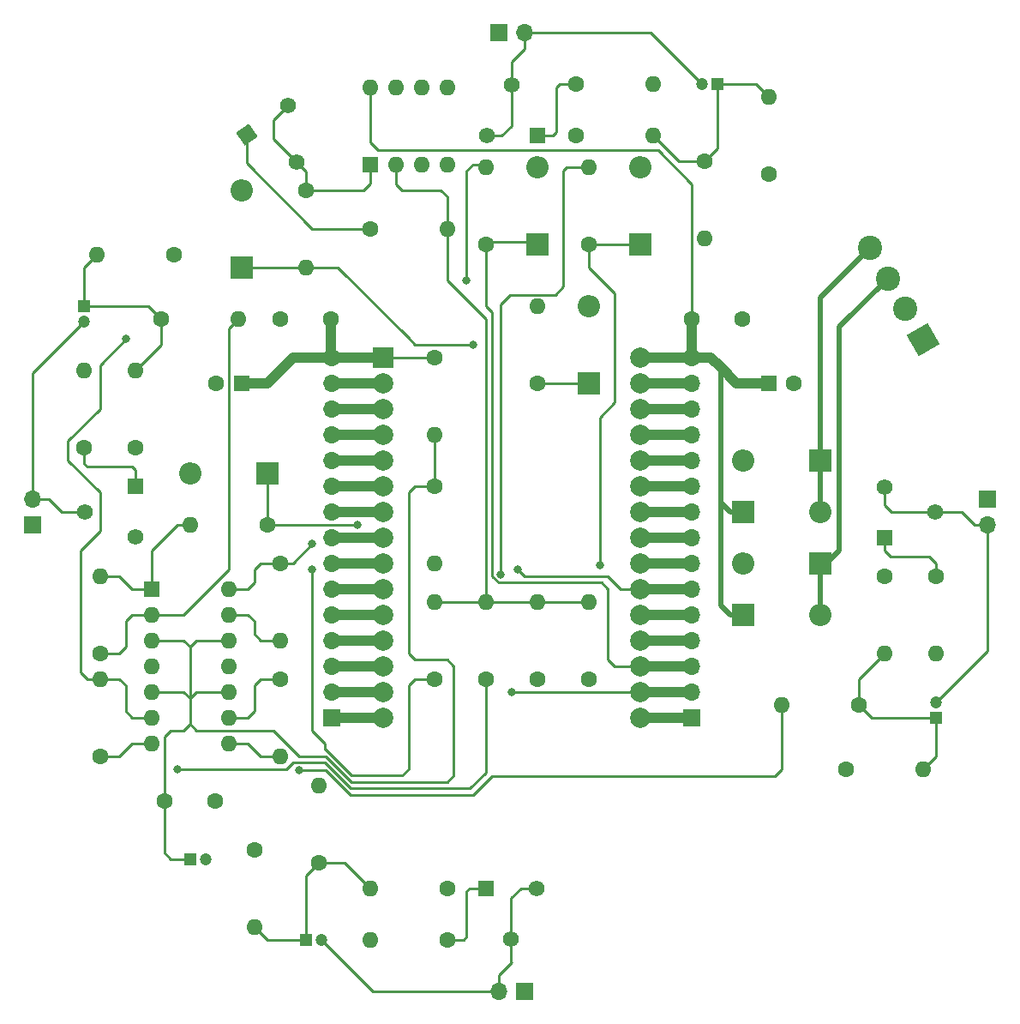
<source format=gbr>
%TF.GenerationSoftware,KiCad,Pcbnew,(6.0.2)*%
%TF.CreationDate,2023-02-04T19:54:44+01:00*%
%TF.ProjectId,Fonometro,466f6e6f-6d65-4747-926f-2e6b69636164,rev?*%
%TF.SameCoordinates,Original*%
%TF.FileFunction,Copper,L1,Top*%
%TF.FilePolarity,Positive*%
%FSLAX46Y46*%
G04 Gerber Fmt 4.6, Leading zero omitted, Abs format (unit mm)*
G04 Created by KiCad (PCBNEW (6.0.2)) date 2023-02-04 19:54:44*
%MOMM*%
%LPD*%
G01*
G04 APERTURE LIST*
G04 Aperture macros list*
%AMRotRect*
0 Rectangle, with rotation*
0 The origin of the aperture is its center*
0 $1 length*
0 $2 width*
0 $3 Rotation angle, in degrees counterclockwise*
0 Add horizontal line*
21,1,$1,$2,0,0,$3*%
G04 Aperture macros list end*
%TA.AperFunction,ComponentPad*%
%ADD10C,1.600000*%
%TD*%
%TA.AperFunction,ComponentPad*%
%ADD11O,1.600000X1.600000*%
%TD*%
%TA.AperFunction,ComponentPad*%
%ADD12R,1.600000X1.600000*%
%TD*%
%TA.AperFunction,ComponentPad*%
%ADD13R,2.200000X2.200000*%
%TD*%
%TA.AperFunction,ComponentPad*%
%ADD14O,2.200000X2.200000*%
%TD*%
%TA.AperFunction,ComponentPad*%
%ADD15R,1.200000X1.200000*%
%TD*%
%TA.AperFunction,ComponentPad*%
%ADD16C,1.200000*%
%TD*%
%TA.AperFunction,ComponentPad*%
%ADD17R,1.700000X1.700000*%
%TD*%
%TA.AperFunction,ComponentPad*%
%ADD18O,1.700000X1.700000*%
%TD*%
%TA.AperFunction,ComponentPad*%
%ADD19R,1.560000X1.560000*%
%TD*%
%TA.AperFunction,ComponentPad*%
%ADD20C,1.560000*%
%TD*%
%TA.AperFunction,ComponentPad*%
%ADD21RotRect,2.400000X2.400000X120.000000*%
%TD*%
%TA.AperFunction,ComponentPad*%
%ADD22C,2.400000*%
%TD*%
%TA.AperFunction,ComponentPad*%
%ADD23RotRect,1.560000X1.560000X35.000000*%
%TD*%
%TA.AperFunction,ComponentPad*%
%ADD24R,2.000000X2.000000*%
%TD*%
%TA.AperFunction,ComponentPad*%
%ADD25C,2.000000*%
%TD*%
%TA.AperFunction,ViaPad*%
%ADD26C,0.800000*%
%TD*%
%TA.AperFunction,Conductor*%
%ADD27C,0.254000*%
%TD*%
%TA.AperFunction,Conductor*%
%ADD28C,1.016000*%
%TD*%
%TA.AperFunction,Conductor*%
%ADD29C,0.508000*%
%TD*%
G04 APERTURE END LIST*
D10*
%TO.P,R36,1*%
%TO.N,D34*%
X154940000Y-70104000D03*
D11*
%TO.P,R36,2*%
%TO.N,MIC 3*%
X154940000Y-62484000D03*
%TD*%
D12*
%TO.P,C7,1*%
%TO.N,+3V3*%
X120650000Y-83820000D03*
D10*
%TO.P,C7,2*%
%TO.N,GND*%
X118150000Y-83820000D03*
%TD*%
%TO.P,R10,1*%
%TO.N,GND*%
X110190000Y-90170000D03*
D11*
%TO.P,R10,2*%
%TO.N,Net-(C1-Pad1)*%
X110190000Y-82550000D03*
%TD*%
D10*
%TO.P,R29,1*%
%TO.N,Net-(R29-Pad1)*%
X133350000Y-68580000D03*
D11*
%TO.P,R29,2*%
%TO.N,Net-(R25-Pad2)*%
X140970000Y-68580000D03*
%TD*%
D10*
%TO.P,R23,1*%
%TO.N,Net-(R19-Pad2)*%
X124460000Y-113025000D03*
D11*
%TO.P,R23,2*%
%TO.N,MIC 3*%
X124460000Y-120645000D03*
%TD*%
D10*
%TO.P,C8,1*%
%TO.N,+3V3*%
X129500000Y-77470000D03*
%TO.P,C8,2*%
%TO.N,GND*%
X124500000Y-77470000D03*
%TD*%
%TO.P,R13,1*%
%TO.N,+3V3*%
X180340000Y-121920000D03*
D11*
%TO.P,R13,2*%
%TO.N,Net-(C3-Pad1)*%
X187960000Y-121920000D03*
%TD*%
D13*
%TO.P,D1,1,K*%
%TO.N,VCC*%
X170180000Y-106680000D03*
D14*
%TO.P,D1,2,A*%
%TO.N,AC L*%
X177800000Y-106680000D03*
%TD*%
D10*
%TO.P,R18,1*%
%TO.N,Net-(C2-Pad1)*%
X166370000Y-61930000D03*
D11*
%TO.P,R18,2*%
%TO.N,Net-(R18-Pad2)*%
X166370000Y-69550000D03*
%TD*%
D10*
%TO.P,R27,1*%
%TO.N,MIC 3*%
X149860000Y-113030000D03*
D11*
%TO.P,R27,2*%
%TO.N,Net-(R25-Pad2)*%
X149860000Y-105410000D03*
%TD*%
D10*
%TO.P,R24,1*%
%TO.N,MIC 4*%
X124460000Y-101600000D03*
D11*
%TO.P,R24,2*%
%TO.N,Net-(R20-Pad2)*%
X124460000Y-109220000D03*
%TD*%
D10*
%TO.P,R31,1*%
%TO.N,Net-(R30-Pad2)*%
X127000000Y-64770000D03*
D11*
%TO.P,R31,2*%
%TO.N,D32*%
X127000000Y-72390000D03*
%TD*%
D15*
%TO.P,C2,1*%
%TO.N,Net-(C2-Pad1)*%
X167640000Y-54310000D03*
D16*
%TO.P,C2,2*%
%TO.N,Net-(C2-Pad2)*%
X166140000Y-54310000D03*
%TD*%
D10*
%TO.P,R20,1*%
%TO.N,Net-(C4-Pad1)*%
X128270000Y-131110000D03*
D11*
%TO.P,R20,2*%
%TO.N,Net-(R20-Pad2)*%
X128270000Y-123490000D03*
%TD*%
D12*
%TO.P,U2,1*%
%TO.N,Net-(R30-Pad2)*%
X133360000Y-62220000D03*
D11*
%TO.P,U2,2,-*%
%TO.N,Net-(R25-Pad2)*%
X135900000Y-62220000D03*
%TO.P,U2,3,+*%
%TO.N,GND*%
X138440000Y-62220000D03*
%TO.P,U2,4,V-*%
X140980000Y-62220000D03*
%TO.P,U2,5,+*%
%TO.N,unconnected-(U2-Pad5)*%
X140980000Y-54600000D03*
%TO.P,U2,6,-*%
%TO.N,unconnected-(U2-Pad6)*%
X138440000Y-54600000D03*
%TO.P,U2,7*%
%TO.N,unconnected-(U2-Pad7)*%
X135900000Y-54600000D03*
%TO.P,U2,8,V+*%
%TO.N,VCC*%
X133360000Y-54600000D03*
%TD*%
D17*
%TO.P,MK2,1,-*%
%TO.N,GND*%
X146050000Y-49230000D03*
D18*
%TO.P,MK2,2,+*%
%TO.N,Net-(C2-Pad2)*%
X148590000Y-49230000D03*
%TD*%
D10*
%TO.P,R3,1*%
%TO.N,Net-(R4-Pad1)*%
X153670000Y-54310000D03*
D11*
%TO.P,R3,2*%
%TO.N,+3V3*%
X161290000Y-54310000D03*
%TD*%
D10*
%TO.P,R33,1*%
%TO.N,1.65V*%
X139700000Y-93980000D03*
D11*
%TO.P,R33,2*%
%TO.N,GND*%
X139700000Y-101600000D03*
%TD*%
D10*
%TO.P,R12,1*%
%TO.N,GND*%
X153670000Y-59390000D03*
D11*
%TO.P,R12,2*%
%TO.N,Net-(C2-Pad1)*%
X161290000Y-59390000D03*
%TD*%
D17*
%TO.P,MK4,1,-*%
%TO.N,GND*%
X148590000Y-143810000D03*
D18*
%TO.P,MK4,2,+*%
%TO.N,Net-(C4-Pad2)*%
X146050000Y-143810000D03*
%TD*%
D10*
%TO.P,R14,1*%
%TO.N,GND*%
X184150000Y-102870000D03*
D11*
%TO.P,R14,2*%
%TO.N,Net-(C3-Pad1)*%
X184150000Y-110490000D03*
%TD*%
D19*
%TO.P,R4,1*%
%TO.N,Net-(R4-Pad1)*%
X149860000Y-59390000D03*
D20*
%TO.P,R4,2*%
%TO.N,Net-(C2-Pad2)*%
X147360000Y-54390000D03*
%TO.P,R4,3*%
X144860000Y-59390000D03*
%TD*%
D10*
%TO.P,R37,1*%
%TO.N,D35*%
X149860000Y-83820000D03*
D11*
%TO.P,R37,2*%
%TO.N,MIC 4*%
X149860000Y-76200000D03*
%TD*%
D10*
%TO.P,C6,1*%
%TO.N,VCC*%
X165140000Y-77470000D03*
%TO.P,C6,2*%
%TO.N,GND*%
X170140000Y-77470000D03*
%TD*%
%TO.P,R21,1*%
%TO.N,Net-(R17-Pad2)*%
X106680000Y-110485000D03*
D11*
%TO.P,R21,2*%
%TO.N,MIC 1*%
X106680000Y-102865000D03*
%TD*%
D10*
%TO.P,R35,1*%
%TO.N,D39*%
X144780000Y-70104000D03*
D11*
%TO.P,R35,2*%
%TO.N,MIC 2*%
X144780000Y-62484000D03*
%TD*%
D19*
%TO.P,R8,1*%
%TO.N,Net-(R8-Pad1)*%
X144780000Y-133650000D03*
D20*
%TO.P,R8,2*%
%TO.N,Net-(C4-Pad2)*%
X147280000Y-138650000D03*
%TO.P,R8,3*%
X149780000Y-133650000D03*
%TD*%
D15*
%TO.P,C4,1*%
%TO.N,Net-(C4-Pad1)*%
X127000000Y-138730000D03*
D16*
%TO.P,C4,2*%
%TO.N,Net-(C4-Pad2)*%
X128500000Y-138730000D03*
%TD*%
D17*
%TO.P,J2,1,Pin_1*%
%TO.N,D23*%
X129540000Y-116835000D03*
D18*
%TO.P,J2,2,Pin_2*%
%TO.N,D22*%
X129540000Y-114295000D03*
%TO.P,J2,3,Pin_3*%
%TO.N,TX0*%
X129540000Y-111755000D03*
%TO.P,J2,4,Pin_4*%
%TO.N,RX0*%
X129540000Y-109215000D03*
%TO.P,J2,5,Pin_5*%
%TO.N,D21*%
X129540000Y-106675000D03*
%TO.P,J2,6,Pin_6*%
%TO.N,D19*%
X129540000Y-104135000D03*
%TO.P,J2,7,Pin_7*%
%TO.N,D18*%
X129540000Y-101595000D03*
%TO.P,J2,8,Pin_8*%
%TO.N,D5*%
X129540000Y-99055000D03*
%TO.P,J2,9,Pin_9*%
%TO.N,TX2*%
X129540000Y-96515000D03*
%TO.P,J2,10,Pin_10*%
%TO.N,RX2*%
X129540000Y-93975000D03*
%TO.P,J2,11,Pin_11*%
%TO.N,D4*%
X129540000Y-91435000D03*
%TO.P,J2,12,Pin_12*%
%TO.N,D2*%
X129540000Y-88895000D03*
%TO.P,J2,13,Pin_13*%
%TO.N,D15*%
X129540000Y-86355000D03*
%TO.P,J2,14,Pin_14*%
%TO.N,GND*%
X129540000Y-83815000D03*
%TO.P,J2,15,Pin_15*%
%TO.N,+3V3*%
X129540000Y-81275000D03*
%TD*%
D19*
%TO.P,R6,1*%
%TO.N,Net-(R6-Pad1)*%
X184150000Y-99060000D03*
D20*
%TO.P,R6,2*%
%TO.N,Net-(C3-Pad2)*%
X189150000Y-96560000D03*
%TO.P,R6,3*%
X184150000Y-94060000D03*
%TD*%
D13*
%TO.P,D8,1,K*%
%TO.N,D34*%
X160020000Y-70104000D03*
D14*
%TO.P,D8,2,A*%
%TO.N,GND*%
X160020000Y-62484000D03*
%TD*%
D13*
%TO.P,D5,1,K*%
%TO.N,D32*%
X120650000Y-72390000D03*
D14*
%TO.P,D5,2,A*%
%TO.N,GND*%
X120650000Y-64770000D03*
%TD*%
D15*
%TO.P,C1,1*%
%TO.N,Net-(C1-Pad1)*%
X105110000Y-76200000D03*
D16*
%TO.P,C1,2*%
%TO.N,Net-(C1-Pad2)*%
X105110000Y-77700000D03*
%TD*%
D13*
%TO.P,D7,1,K*%
%TO.N,D39*%
X149860000Y-70104000D03*
D14*
%TO.P,D7,2,A*%
%TO.N,GND*%
X149860000Y-62484000D03*
%TD*%
D12*
%TO.P,U1,1*%
%TO.N,MIC 1*%
X111770000Y-104135000D03*
D11*
%TO.P,U1,2,-*%
%TO.N,Net-(R17-Pad2)*%
X111770000Y-106675000D03*
%TO.P,U1,3,+*%
%TO.N,1.65V*%
X111770000Y-109215000D03*
%TO.P,U1,4,V+*%
%TO.N,VCC*%
X111770000Y-111755000D03*
%TO.P,U1,5,+*%
%TO.N,1.65V*%
X111770000Y-114295000D03*
%TO.P,U1,6,-*%
%TO.N,Net-(R18-Pad2)*%
X111770000Y-116835000D03*
%TO.P,U1,7*%
%TO.N,MIC 2*%
X111770000Y-119375000D03*
%TO.P,U1,8*%
%TO.N,MIC 3*%
X119390000Y-119375000D03*
%TO.P,U1,9,-*%
%TO.N,Net-(R19-Pad2)*%
X119390000Y-116835000D03*
%TO.P,U1,10,+*%
%TO.N,1.65V*%
X119390000Y-114295000D03*
%TO.P,U1,11,V-*%
%TO.N,GND*%
X119390000Y-111755000D03*
%TO.P,U1,12,+*%
%TO.N,1.65V*%
X119390000Y-109215000D03*
%TO.P,U1,13,-*%
%TO.N,Net-(R20-Pad2)*%
X119390000Y-106675000D03*
%TO.P,U1,14*%
%TO.N,MIC 4*%
X119390000Y-104135000D03*
%TD*%
D13*
%TO.P,D6,1,K*%
%TO.N,D36*%
X123190000Y-92710000D03*
D14*
%TO.P,D6,2,A*%
%TO.N,GND*%
X115570000Y-92710000D03*
%TD*%
D10*
%TO.P,R9,1*%
%TO.N,+3V3*%
X114000000Y-71120000D03*
D11*
%TO.P,R9,2*%
%TO.N,Net-(C1-Pad1)*%
X106380000Y-71120000D03*
%TD*%
D17*
%TO.P,MK1,1,-*%
%TO.N,GND*%
X100030000Y-97790000D03*
D18*
%TO.P,MK1,2,+*%
%TO.N,Net-(C1-Pad2)*%
X100030000Y-95250000D03*
%TD*%
D19*
%TO.P,R2,1*%
%TO.N,Net-(R2-Pad1)*%
X110190000Y-93980000D03*
D20*
%TO.P,R2,2*%
%TO.N,Net-(C1-Pad2)*%
X105190000Y-96480000D03*
%TO.P,R2,3*%
X110190000Y-98980000D03*
%TD*%
D10*
%TO.P,R17,1*%
%TO.N,Net-(C1-Pad1)*%
X112730000Y-77470000D03*
D11*
%TO.P,R17,2*%
%TO.N,Net-(R17-Pad2)*%
X120350000Y-77470000D03*
%TD*%
D17*
%TO.P,MK3,1,-*%
%TO.N,GND*%
X194310000Y-95250000D03*
D18*
%TO.P,MK3,2,+*%
%TO.N,Net-(C3-Pad2)*%
X194310000Y-97790000D03*
%TD*%
D17*
%TO.P,J1,1,Pin_1*%
%TO.N,EN*%
X165100000Y-116840000D03*
D18*
%TO.P,J1,2,Pin_2*%
%TO.N,D36*%
X165100000Y-114300000D03*
%TO.P,J1,3,Pin_3*%
%TO.N,D39*%
X165100000Y-111760000D03*
%TO.P,J1,4,Pin_4*%
%TO.N,D34*%
X165100000Y-109220000D03*
%TO.P,J1,5,Pin_5*%
%TO.N,D35*%
X165100000Y-106680000D03*
%TO.P,J1,6,Pin_6*%
%TO.N,D32*%
X165100000Y-104140000D03*
%TO.P,J1,7,Pin_7*%
%TO.N,D33*%
X165100000Y-101600000D03*
%TO.P,J1,8,Pin_8*%
%TO.N,D25*%
X165100000Y-99060000D03*
%TO.P,J1,9,Pin_9*%
%TO.N,D26*%
X165100000Y-96520000D03*
%TO.P,J1,10,Pin_10*%
%TO.N,D27*%
X165100000Y-93980000D03*
%TO.P,J1,11,Pin_11*%
%TO.N,D14*%
X165100000Y-91440000D03*
%TO.P,J1,12,Pin_12*%
%TO.N,D12*%
X165100000Y-88900000D03*
%TO.P,J1,13,Pin_13*%
%TO.N,D13*%
X165100000Y-86360000D03*
%TO.P,J1,14,Pin_14*%
%TO.N,GND*%
X165100000Y-83820000D03*
%TO.P,J1,15,Pin_15*%
%TO.N,VCC*%
X165100000Y-81280000D03*
%TD*%
D10*
%TO.P,R25,1*%
%TO.N,MIC 1*%
X139700000Y-113030000D03*
D11*
%TO.P,R25,2*%
%TO.N,Net-(R25-Pad2)*%
X139700000Y-105410000D03*
%TD*%
D13*
%TO.P,D4,1,K*%
%TO.N,AC N*%
X177800000Y-91440000D03*
D14*
%TO.P,D4,2,A*%
%TO.N,GND*%
X170180000Y-91440000D03*
%TD*%
D21*
%TO.P,J3,1,Pin_1*%
%TO.N,GND*%
X187958398Y-79526634D03*
D22*
%TO.P,J3,2,Pin_2*%
%TO.N,VCC*%
X186208398Y-76495545D03*
%TO.P,J3,3,Pin_3*%
%TO.N,AC L*%
X184458398Y-73464456D03*
%TO.P,J3,4,Pin_4*%
%TO.N,AC N*%
X182708398Y-70433367D03*
%TD*%
D23*
%TO.P,R30,1*%
%TO.N,Net-(R29-Pad1)*%
X121127309Y-59289041D03*
D20*
%TO.P,R30,2*%
%TO.N,Net-(R30-Pad2)*%
X126043071Y-61950860D03*
%TO.P,R30,3*%
X125223069Y-56421159D03*
%TD*%
D15*
%TO.P,C3,1*%
%TO.N,Net-(C3-Pad1)*%
X189230000Y-116840000D03*
D16*
%TO.P,C3,2*%
%TO.N,Net-(C3-Pad2)*%
X189230000Y-115340000D03*
%TD*%
D10*
%TO.P,R11,1*%
%TO.N,+3V3*%
X172720000Y-63200000D03*
D11*
%TO.P,R11,2*%
%TO.N,Net-(C2-Pad1)*%
X172720000Y-55580000D03*
%TD*%
D10*
%TO.P,R22,1*%
%TO.N,MIC 2*%
X106680000Y-120645000D03*
D11*
%TO.P,R22,2*%
%TO.N,Net-(R18-Pad2)*%
X106680000Y-113025000D03*
%TD*%
D10*
%TO.P,R19,1*%
%TO.N,Net-(C3-Pad1)*%
X181610000Y-115570000D03*
D11*
%TO.P,R19,2*%
%TO.N,Net-(R19-Pad2)*%
X173990000Y-115570000D03*
%TD*%
D13*
%TO.P,D3,1,K*%
%TO.N,VCC*%
X170180000Y-96520000D03*
D14*
%TO.P,D3,2,A*%
%TO.N,AC N*%
X177800000Y-96520000D03*
%TD*%
D10*
%TO.P,R26,1*%
%TO.N,MIC 2*%
X144780000Y-113030000D03*
D11*
%TO.P,R26,2*%
%TO.N,Net-(R25-Pad2)*%
X144780000Y-105410000D03*
%TD*%
D10*
%TO.P,R34,1*%
%TO.N,D36*%
X123190000Y-97790000D03*
D11*
%TO.P,R34,2*%
%TO.N,MIC 1*%
X115570000Y-97790000D03*
%TD*%
D15*
%TO.P,C9,1*%
%TO.N,1.65V*%
X115570000Y-130810000D03*
D16*
%TO.P,C9,2*%
%TO.N,GND*%
X117070000Y-130810000D03*
%TD*%
D10*
%TO.P,R16,1*%
%TO.N,GND*%
X140970000Y-133650000D03*
D11*
%TO.P,R16,2*%
%TO.N,Net-(C4-Pad1)*%
X133350000Y-133650000D03*
%TD*%
D10*
%TO.P,R32,1*%
%TO.N,+3V3*%
X139700000Y-81280000D03*
D11*
%TO.P,R32,2*%
%TO.N,1.65V*%
X139700000Y-88900000D03*
%TD*%
D10*
%TO.P,R7,1*%
%TO.N,Net-(R8-Pad1)*%
X140970000Y-138730000D03*
D11*
%TO.P,R7,2*%
%TO.N,+3V3*%
X133350000Y-138730000D03*
%TD*%
D13*
%TO.P,D9,1,K*%
%TO.N,D35*%
X154940000Y-83820000D03*
D14*
%TO.P,D9,2,A*%
%TO.N,GND*%
X154940000Y-76200000D03*
%TD*%
D10*
%TO.P,R28,1*%
%TO.N,MIC 4*%
X154940000Y-113030000D03*
D11*
%TO.P,R28,2*%
%TO.N,Net-(R25-Pad2)*%
X154940000Y-105410000D03*
%TD*%
D13*
%TO.P,D2,1,K*%
%TO.N,AC L*%
X177800000Y-101600000D03*
D14*
%TO.P,D2,2,A*%
%TO.N,GND*%
X170180000Y-101600000D03*
%TD*%
D12*
%TO.P,C5,1*%
%TO.N,VCC*%
X172720000Y-83820000D03*
D10*
%TO.P,C5,2*%
%TO.N,GND*%
X175220000Y-83820000D03*
%TD*%
%TO.P,R1,1*%
%TO.N,Net-(R2-Pad1)*%
X105110000Y-90170000D03*
D11*
%TO.P,R1,2*%
%TO.N,+3V3*%
X105110000Y-82550000D03*
%TD*%
D10*
%TO.P,R15,1*%
%TO.N,+3V3*%
X121920000Y-129840000D03*
D11*
%TO.P,R15,2*%
%TO.N,Net-(C4-Pad1)*%
X121920000Y-137460000D03*
%TD*%
D24*
%TO.P,U3,1,3V3*%
%TO.N,+3V3*%
X134620000Y-81259000D03*
D25*
%TO.P,U3,2,GND*%
%TO.N,GND*%
X134620000Y-83799000D03*
%TO.P,U3,3,D15*%
%TO.N,D15*%
X134620000Y-86339000D03*
%TO.P,U3,4,D2*%
%TO.N,D2*%
X134620000Y-88879000D03*
%TO.P,U3,5,D4*%
%TO.N,D4*%
X134620000Y-91419000D03*
%TO.P,U3,6,RX2*%
%TO.N,RX2*%
X134620000Y-93959000D03*
%TO.P,U3,7,TX2*%
%TO.N,TX2*%
X134620000Y-96499000D03*
%TO.P,U3,8,D5*%
%TO.N,D5*%
X134620000Y-99039000D03*
%TO.P,U3,9,D18*%
%TO.N,D18*%
X134620000Y-101579000D03*
%TO.P,U3,10,D19*%
%TO.N,D19*%
X134620000Y-104119000D03*
%TO.P,U3,11,D21*%
%TO.N,D21*%
X134620000Y-106659000D03*
%TO.P,U3,12,RX0*%
%TO.N,RX0*%
X134620000Y-109199000D03*
%TO.P,U3,13,TX0*%
%TO.N,TX0*%
X134620000Y-111739000D03*
%TO.P,U3,14,D22*%
%TO.N,D22*%
X134620000Y-114279000D03*
%TO.P,U3,15,D23*%
%TO.N,D23*%
X134620000Y-116819000D03*
%TO.P,U3,16,EN*%
%TO.N,EN*%
X160020000Y-116819000D03*
%TO.P,U3,17,VP*%
%TO.N,D36*%
X160020000Y-114279000D03*
%TO.P,U3,18,VN*%
%TO.N,D39*%
X160020000Y-111739000D03*
%TO.P,U3,19,D34*%
%TO.N,D34*%
X160020000Y-109199000D03*
%TO.P,U3,20,D35*%
%TO.N,D35*%
X160020000Y-106659000D03*
%TO.P,U3,21,D32*%
%TO.N,D32*%
X160020000Y-104119000D03*
%TO.P,U3,22,D33*%
%TO.N,D33*%
X160020000Y-101579000D03*
%TO.P,U3,23,D25*%
%TO.N,D25*%
X160020000Y-99039000D03*
%TO.P,U3,24,D26*%
%TO.N,D26*%
X160020000Y-96499000D03*
%TO.P,U3,25,D27*%
%TO.N,D27*%
X160020000Y-93959000D03*
%TO.P,U3,26,D14*%
%TO.N,D14*%
X160020000Y-91419000D03*
%TO.P,U3,27,D12*%
%TO.N,D12*%
X160020000Y-88879000D03*
%TO.P,U3,28,D13*%
%TO.N,D13*%
X160020000Y-86339000D03*
%TO.P,U3,29,GND*%
%TO.N,GND*%
X160020000Y-83799000D03*
%TO.P,U3,30,VIN*%
%TO.N,VCC*%
X160020000Y-81259000D03*
%TD*%
D10*
%TO.P,C10,1*%
%TO.N,1.65V*%
X113070000Y-125095000D03*
%TO.P,C10,2*%
%TO.N,GND*%
X118070000Y-125095000D03*
%TD*%
%TO.P,R5,1*%
%TO.N,Net-(R6-Pad1)*%
X189230000Y-102870000D03*
D11*
%TO.P,R5,2*%
%TO.N,+3V3*%
X189230000Y-110490000D03*
%TD*%
D26*
%TO.N,D34*%
X156013786Y-101796214D03*
%TO.N,D36*%
X132080000Y-97790000D03*
X147320000Y-114300000D03*
%TO.N,D32*%
X143510000Y-80010000D03*
X147955000Y-102235000D03*
%TO.N,Net-(R18-Pad2)*%
X109266214Y-79421214D03*
%TO.N,Net-(R19-Pad2)*%
X126365000Y-122011500D03*
%TO.N,MIC 1*%
X127635000Y-102235000D03*
%TO.N,MIC 2*%
X142875000Y-73660000D03*
X114300000Y-121920000D03*
%TO.N,MIC 3*%
X146246214Y-102673786D03*
%TO.N,MIC 4*%
X127635000Y-99695000D03*
%TD*%
D27*
%TO.N,D34*%
X154940000Y-72390000D02*
X154940000Y-70104000D01*
X157480000Y-74930000D02*
X154940000Y-72390000D01*
X157480000Y-85725000D02*
X157480000Y-74930000D01*
X154940000Y-70104000D02*
X160020000Y-70104000D01*
%TO.N,MIC 3*%
X147176511Y-75073489D02*
X146246214Y-76003786D01*
X151621511Y-75073489D02*
X147176511Y-75073489D01*
X152400000Y-74295000D02*
X151621511Y-75073489D01*
X152400000Y-62865000D02*
X152400000Y-74295000D01*
X146246214Y-76003786D02*
X146246214Y-102673786D01*
X154940000Y-62484000D02*
X152781000Y-62484000D01*
X152781000Y-62484000D02*
X152400000Y-62865000D01*
%TO.N,Net-(C1-Pad1)*%
X112730000Y-77470000D02*
X112730000Y-80010000D01*
X111460000Y-76200000D02*
X112730000Y-77470000D01*
X105110000Y-72390000D02*
X106380000Y-71120000D01*
X105110000Y-76200000D02*
X105110000Y-72390000D01*
X112730000Y-80010000D02*
X110190000Y-82550000D01*
X105110000Y-76200000D02*
X111460000Y-76200000D01*
%TO.N,Net-(C1-Pad2)*%
X100030000Y-82780000D02*
X105110000Y-77700000D01*
X102870000Y-96520000D02*
X102910000Y-96480000D01*
X100030000Y-95250000D02*
X101600000Y-95250000D01*
X101600000Y-95250000D02*
X102870000Y-96520000D01*
X100030000Y-95250000D02*
X100030000Y-82780000D01*
X102910000Y-96480000D02*
X105190000Y-96480000D01*
%TO.N,Net-(C2-Pad1)*%
X166370000Y-61930000D02*
X163830000Y-61930000D01*
X167640000Y-54310000D02*
X171450000Y-54310000D01*
X167640000Y-54310000D02*
X167640000Y-60660000D01*
X167640000Y-60660000D02*
X166370000Y-61930000D01*
X163830000Y-61930000D02*
X161290000Y-59390000D01*
X171450000Y-54310000D02*
X172720000Y-55580000D01*
%TO.N,Net-(C2-Pad2)*%
X147360000Y-58380000D02*
X147360000Y-54390000D01*
X148590000Y-49230000D02*
X161060000Y-49230000D01*
X144860000Y-59390000D02*
X146350000Y-59390000D01*
X147360000Y-52110000D02*
X147360000Y-54390000D01*
X146350000Y-59390000D02*
X147360000Y-58380000D01*
X161060000Y-49230000D02*
X166140000Y-54310000D01*
X148590000Y-49230000D02*
X148590000Y-50800000D01*
X147320000Y-52070000D02*
X147360000Y-52110000D01*
X148590000Y-50800000D02*
X147320000Y-52070000D01*
%TO.N,Net-(C3-Pad1)*%
X181610000Y-113030000D02*
X184150000Y-110490000D01*
X182880000Y-116840000D02*
X181610000Y-115570000D01*
X189230000Y-116840000D02*
X182880000Y-116840000D01*
X181610000Y-115570000D02*
X181610000Y-113030000D01*
X189230000Y-116840000D02*
X189230000Y-120650000D01*
X189230000Y-120650000D02*
X187960000Y-121920000D01*
%TO.N,Net-(C3-Pad2)*%
X184825000Y-96560000D02*
X189150000Y-96560000D01*
X191770000Y-96520000D02*
X191730000Y-96560000D01*
X191730000Y-96560000D02*
X189150000Y-96560000D01*
X194310000Y-97790000D02*
X194310000Y-110260000D01*
X184150000Y-94060000D02*
X184150000Y-95885000D01*
X194310000Y-97790000D02*
X193040000Y-97790000D01*
X184150000Y-95885000D02*
X184825000Y-96560000D01*
X194310000Y-110260000D02*
X189230000Y-115340000D01*
X193040000Y-97790000D02*
X191770000Y-96520000D01*
%TO.N,Net-(C4-Pad1)*%
X128270000Y-131110000D02*
X130810000Y-131110000D01*
X127000000Y-138730000D02*
X127000000Y-132380000D01*
X127000000Y-132380000D02*
X128270000Y-131110000D01*
X130810000Y-131110000D02*
X133350000Y-133650000D01*
X127000000Y-138730000D02*
X123190000Y-138730000D01*
X123190000Y-138730000D02*
X121920000Y-137460000D01*
%TO.N,Net-(C4-Pad2)*%
X146050000Y-143810000D02*
X146050000Y-142240000D01*
X147280000Y-134660000D02*
X147280000Y-138650000D01*
X146050000Y-143810000D02*
X133580000Y-143810000D01*
X133580000Y-143810000D02*
X128500000Y-138730000D01*
X149780000Y-133650000D02*
X148290000Y-133650000D01*
X147280000Y-140930000D02*
X147280000Y-138650000D01*
X148290000Y-133650000D02*
X147280000Y-134660000D01*
X146050000Y-142240000D02*
X147320000Y-140970000D01*
X147320000Y-140970000D02*
X147280000Y-140930000D01*
D28*
%TO.N,VCC*%
X167957500Y-82232500D02*
X169545000Y-83820000D01*
D29*
X167957500Y-105727500D02*
X167957500Y-95567500D01*
D27*
X165140000Y-64175000D02*
X165140000Y-77470000D01*
D29*
X170180000Y-96520000D02*
X168910000Y-96520000D01*
D27*
X133360000Y-54600000D02*
X133360000Y-60021978D01*
D28*
X165100000Y-81280000D02*
X165100000Y-77510000D01*
X165100000Y-81280000D02*
X167005000Y-81280000D01*
X160020000Y-81259000D02*
X165079000Y-81259000D01*
X169545000Y-83820000D02*
X172720000Y-83820000D01*
D27*
X134141511Y-60803489D02*
X161768489Y-60803489D01*
D29*
X168910000Y-106680000D02*
X170180000Y-106680000D01*
D27*
X161768489Y-60803489D02*
X165140000Y-64175000D01*
D28*
X165100000Y-77510000D02*
X165140000Y-77470000D01*
D29*
X167957500Y-95567500D02*
X167957500Y-82232500D01*
D28*
X165079000Y-81259000D02*
X165100000Y-81280000D01*
D29*
X167957500Y-105727500D02*
X168910000Y-106680000D01*
D28*
X167005000Y-81280000D02*
X167957500Y-82232500D01*
D27*
X133360000Y-60021978D02*
X134141511Y-60803489D01*
D29*
X168910000Y-96520000D02*
X167957500Y-95567500D01*
D28*
%TO.N,GND*%
X129556000Y-83799000D02*
X129540000Y-83815000D01*
X134620000Y-83799000D02*
X129556000Y-83799000D01*
X165079000Y-83799000D02*
X165100000Y-83820000D01*
X160020000Y-83799000D02*
X165079000Y-83799000D01*
%TO.N,+3V3*%
X129500000Y-81235000D02*
X129540000Y-81275000D01*
X125735000Y-81275000D02*
X129540000Y-81275000D01*
X123190000Y-83820000D02*
X125735000Y-81275000D01*
X134604000Y-81275000D02*
X134620000Y-81259000D01*
D27*
X139679000Y-81259000D02*
X139700000Y-81280000D01*
D28*
X120650000Y-83820000D02*
X123190000Y-83820000D01*
X129540000Y-81275000D02*
X134604000Y-81275000D01*
X129500000Y-77470000D02*
X129500000Y-81235000D01*
D27*
X134620000Y-81259000D02*
X139679000Y-81259000D01*
%TO.N,1.65V*%
X126365000Y-120650000D02*
X128911374Y-120650000D01*
X113665000Y-130810000D02*
X113030000Y-130175000D01*
X114930000Y-114295000D02*
X115570000Y-114935000D01*
X128911374Y-120650000D02*
X131451374Y-123190000D01*
X115570000Y-117475000D02*
X115570000Y-114935000D01*
X116210000Y-114295000D02*
X115570000Y-114935000D01*
X137160000Y-110490000D02*
X137160000Y-94615000D01*
X141605000Y-111760000D02*
X140970000Y-111125000D01*
X113665000Y-118110000D02*
X113070000Y-118705000D01*
X123825000Y-118110000D02*
X126365000Y-120650000D01*
X113070000Y-118705000D02*
X113070000Y-125095000D01*
X115570000Y-130810000D02*
X113665000Y-130810000D01*
X116205000Y-118110000D02*
X123825000Y-118110000D01*
X113070000Y-130135000D02*
X113070000Y-125095000D01*
X114935000Y-118110000D02*
X113665000Y-118110000D01*
X131451374Y-123190000D02*
X140970000Y-123190000D01*
X140970000Y-111125000D02*
X137795000Y-111125000D01*
X139700000Y-88900000D02*
X139700000Y-93980000D01*
X141605000Y-122555000D02*
X141605000Y-111760000D01*
X140970000Y-123190000D02*
X141605000Y-122555000D01*
X115570000Y-117475000D02*
X116205000Y-118110000D01*
X115570000Y-114935000D02*
X115570000Y-109855000D01*
X113030000Y-130175000D02*
X113070000Y-130135000D01*
X114930000Y-109215000D02*
X111770000Y-109215000D01*
X115570000Y-117475000D02*
X114935000Y-118110000D01*
X116210000Y-109215000D02*
X119390000Y-109215000D01*
X119390000Y-114295000D02*
X116210000Y-114295000D01*
X115570000Y-109855000D02*
X114930000Y-109215000D01*
X137795000Y-93980000D02*
X139700000Y-93980000D01*
X137795000Y-111125000D02*
X137160000Y-110490000D01*
X115570000Y-109855000D02*
X116210000Y-109215000D01*
X137160000Y-94615000D02*
X137795000Y-93980000D01*
X111770000Y-114295000D02*
X114930000Y-114295000D01*
D29*
%TO.N,AC L*%
X179705000Y-100330000D02*
X178435000Y-101600000D01*
X184458398Y-73464456D02*
X179705000Y-78217854D01*
X178435000Y-101600000D02*
X177800000Y-101600000D01*
X177800000Y-101600000D02*
X177800000Y-106680000D01*
X179705000Y-78217854D02*
X179705000Y-100330000D01*
%TO.N,AC N*%
X177800000Y-75341765D02*
X177800000Y-91440000D01*
X177800000Y-91440000D02*
X177800000Y-96520000D01*
X182708398Y-70433367D02*
X177800000Y-75341765D01*
D27*
%TO.N,D34*%
X156013786Y-87191214D02*
X157480000Y-85725000D01*
X156013786Y-101796214D02*
X156013786Y-87191214D01*
D28*
X165079000Y-109199000D02*
X165100000Y-109220000D01*
X160020000Y-109199000D02*
X165079000Y-109199000D01*
%TO.N,EN*%
X165079000Y-116819000D02*
X165100000Y-116840000D01*
X160020000Y-116819000D02*
X165079000Y-116819000D01*
%TO.N,D36*%
X165100000Y-114300000D02*
X160041000Y-114300000D01*
D27*
X147320000Y-114300000D02*
X147341000Y-114279000D01*
X123190000Y-97790000D02*
X123190000Y-92710000D01*
D28*
X160041000Y-114300000D02*
X160020000Y-114279000D01*
D27*
X147341000Y-114279000D02*
X160020000Y-114279000D01*
X123190000Y-97790000D02*
X132080000Y-97790000D01*
%TO.N,D39*%
X146050000Y-103505000D02*
X156210000Y-103505000D01*
X156845000Y-111125000D02*
X157459000Y-111739000D01*
X145415000Y-76835000D02*
X145415000Y-102870000D01*
D28*
X165100000Y-111760000D02*
X160041000Y-111760000D01*
D27*
X144780000Y-76200000D02*
X145415000Y-76835000D01*
D28*
X160041000Y-111760000D02*
X160020000Y-111739000D01*
D27*
X144780000Y-69850000D02*
X144780000Y-76200000D01*
X144780000Y-69850000D02*
X149860000Y-69850000D01*
X156845000Y-104140000D02*
X156845000Y-111125000D01*
X145415000Y-102870000D02*
X146050000Y-103505000D01*
X156210000Y-103505000D02*
X156845000Y-104140000D01*
X157459000Y-111739000D02*
X160020000Y-111739000D01*
%TO.N,D35*%
X149860000Y-83820000D02*
X154940000Y-83820000D01*
D28*
X165100000Y-106680000D02*
X160041000Y-106680000D01*
X160041000Y-106680000D02*
X160020000Y-106659000D01*
%TO.N,D32*%
X165079000Y-104119000D02*
X165100000Y-104140000D01*
D27*
X137795000Y-80010000D02*
X143510000Y-80010000D01*
X158136000Y-104119000D02*
X160020000Y-104119000D01*
X148590000Y-102870000D02*
X156845000Y-102870000D01*
X137160000Y-79375000D02*
X137795000Y-80010000D01*
X130175000Y-72390000D02*
X137160000Y-79375000D01*
D28*
X160020000Y-104119000D02*
X165079000Y-104119000D01*
D27*
X127000000Y-72390000D02*
X130175000Y-72390000D01*
X147955000Y-102235000D02*
X148590000Y-102870000D01*
X120650000Y-72390000D02*
X127000000Y-72390000D01*
X158115000Y-104140000D02*
X158136000Y-104119000D01*
X156845000Y-102870000D02*
X158115000Y-104140000D01*
D28*
%TO.N,D33*%
X165079000Y-101579000D02*
X165100000Y-101600000D01*
X160020000Y-101579000D02*
X165079000Y-101579000D01*
%TO.N,D25*%
X160020000Y-99039000D02*
X165079000Y-99039000D01*
X165079000Y-99039000D02*
X165100000Y-99060000D01*
%TO.N,D26*%
X160020000Y-96499000D02*
X165079000Y-96499000D01*
X165079000Y-96499000D02*
X165100000Y-96520000D01*
%TO.N,D27*%
X160020000Y-93959000D02*
X165079000Y-93959000D01*
X165079000Y-93959000D02*
X165100000Y-93980000D01*
%TO.N,D14*%
X160020000Y-91419000D02*
X165079000Y-91419000D01*
X165079000Y-91419000D02*
X165100000Y-91440000D01*
%TO.N,D12*%
X160020000Y-88879000D02*
X165079000Y-88879000D01*
X165079000Y-88879000D02*
X165100000Y-88900000D01*
%TO.N,D13*%
X160020000Y-86339000D02*
X165079000Y-86339000D01*
X165079000Y-86339000D02*
X165100000Y-86360000D01*
%TO.N,D23*%
X134604000Y-116835000D02*
X134620000Y-116819000D01*
X129540000Y-116835000D02*
X134604000Y-116835000D01*
%TO.N,D22*%
X134604000Y-114295000D02*
X134620000Y-114279000D01*
X129540000Y-114295000D02*
X134604000Y-114295000D01*
%TO.N,TX0*%
X129556000Y-111739000D02*
X129540000Y-111755000D01*
X134620000Y-111739000D02*
X129556000Y-111739000D01*
%TO.N,RX0*%
X134604000Y-109215000D02*
X134620000Y-109199000D01*
X129540000Y-109215000D02*
X134604000Y-109215000D01*
%TO.N,D21*%
X129556000Y-106659000D02*
X129540000Y-106675000D01*
X134620000Y-106659000D02*
X129556000Y-106659000D01*
%TO.N,D19*%
X134604000Y-104135000D02*
X134620000Y-104119000D01*
X129540000Y-104135000D02*
X134604000Y-104135000D01*
%TO.N,D18*%
X134620000Y-101579000D02*
X129556000Y-101579000D01*
X129556000Y-101579000D02*
X129540000Y-101595000D01*
%TO.N,D5*%
X129556000Y-99039000D02*
X129540000Y-99055000D01*
X134620000Y-99039000D02*
X129556000Y-99039000D01*
%TO.N,TX2*%
X129540000Y-96515000D02*
X134604000Y-96515000D01*
X134604000Y-96515000D02*
X134620000Y-96499000D01*
%TO.N,RX2*%
X129556000Y-93959000D02*
X129540000Y-93975000D01*
X134620000Y-93959000D02*
X129556000Y-93959000D01*
%TO.N,D4*%
X134604000Y-91435000D02*
X134620000Y-91419000D01*
X129540000Y-91435000D02*
X134604000Y-91435000D01*
%TO.N,D2*%
X129556000Y-88879000D02*
X129540000Y-88895000D01*
X134620000Y-88879000D02*
X129556000Y-88879000D01*
%TO.N,D15*%
X134604000Y-86355000D02*
X134620000Y-86339000D01*
X129540000Y-86355000D02*
X134604000Y-86355000D01*
D27*
%TO.N,Net-(R17-Pad2)*%
X108590000Y-110485000D02*
X109220000Y-109855000D01*
X109220000Y-109855000D02*
X109220000Y-107315000D01*
X106680000Y-110485000D02*
X108590000Y-110485000D01*
X120350000Y-77470000D02*
X119380000Y-78440000D01*
X109220000Y-107315000D02*
X109860000Y-106675000D01*
X119380000Y-78440000D02*
X119380000Y-102235000D01*
X119380000Y-102235000D02*
X114940000Y-106675000D01*
X109860000Y-106675000D02*
X111770000Y-106675000D01*
X114940000Y-106675000D02*
X111770000Y-106675000D01*
%TO.N,Net-(R18-Pad2)*%
X105415000Y-113025000D02*
X106680000Y-113025000D01*
X103505000Y-89535000D02*
X103505000Y-91440000D01*
X106680000Y-86360000D02*
X103505000Y-89535000D01*
X109220000Y-116205000D02*
X109850000Y-116835000D01*
X103505000Y-91440000D02*
X106680000Y-94615000D01*
X106680000Y-113025000D02*
X108580000Y-113025000D01*
X106680000Y-98425000D02*
X104775000Y-100330000D01*
X108580000Y-113025000D02*
X109220000Y-113665000D01*
X104775000Y-112395000D02*
X105410000Y-113030000D01*
X105410000Y-113030000D02*
X105415000Y-113025000D01*
X106680000Y-82007428D02*
X106680000Y-86360000D01*
X109850000Y-116835000D02*
X111770000Y-116835000D01*
X109220000Y-113665000D02*
X109220000Y-116205000D01*
X104775000Y-100330000D02*
X104775000Y-112395000D01*
X109266214Y-79421214D02*
X106680000Y-82007428D01*
X106680000Y-94615000D02*
X106680000Y-98425000D01*
%TO.N,Net-(R19-Pad2)*%
X128990126Y-122011500D02*
X131438626Y-124460000D01*
X173351813Y-122558187D02*
X173990000Y-121920000D01*
X143510000Y-124460000D02*
X145411813Y-122558187D01*
X131438626Y-124460000D02*
X143510000Y-124460000D01*
X119390000Y-116835000D02*
X121290000Y-116835000D01*
X122560000Y-113025000D02*
X124460000Y-113025000D01*
X173990000Y-121920000D02*
X173990000Y-115570000D01*
X121290000Y-116835000D02*
X121920000Y-116205000D01*
X121920000Y-113665000D02*
X122560000Y-113025000D01*
X126365000Y-122011500D02*
X128990126Y-122011500D01*
X145411813Y-122558187D02*
X173351813Y-122558187D01*
X121920000Y-116205000D02*
X121920000Y-113665000D01*
%TO.N,Net-(R20-Pad2)*%
X119390000Y-106675000D02*
X121280000Y-106675000D01*
X121920000Y-108585000D02*
X122555000Y-109220000D01*
X122555000Y-109220000D02*
X124460000Y-109220000D01*
X121920000Y-107315000D02*
X121920000Y-108585000D01*
X121280000Y-106675000D02*
X121920000Y-107315000D01*
%TO.N,MIC 1*%
X109860000Y-104135000D02*
X111770000Y-104135000D01*
X137795000Y-113030000D02*
X139700000Y-113030000D01*
X111770000Y-100340000D02*
X111770000Y-104135000D01*
X127635000Y-102235000D02*
X127635000Y-118110000D01*
X128917748Y-120015000D02*
X131457748Y-122555000D01*
X137160000Y-121920000D02*
X137160000Y-113665000D01*
X137160000Y-113665000D02*
X137795000Y-113030000D01*
X115570000Y-97790000D02*
X114300000Y-97790000D01*
X128905000Y-119380000D02*
X128905000Y-120015000D01*
X136525000Y-122555000D02*
X137160000Y-121920000D01*
X127635000Y-118110000D02*
X128905000Y-119380000D01*
X108580000Y-102865000D02*
X109855000Y-104140000D01*
X131457748Y-122555000D02*
X136525000Y-122555000D01*
X111760000Y-100330000D02*
X111770000Y-100340000D01*
X109855000Y-104140000D02*
X109860000Y-104135000D01*
X114300000Y-97790000D02*
X111760000Y-100330000D01*
X128905000Y-120015000D02*
X128917748Y-120015000D01*
X106680000Y-102865000D02*
X108580000Y-102865000D01*
%TO.N,MIC 2*%
X143510000Y-62230000D02*
X142875000Y-62865000D01*
X125730000Y-121285000D02*
X125095000Y-121920000D01*
X144780000Y-62230000D02*
X143510000Y-62230000D01*
X142875000Y-62865000D02*
X142875000Y-73660000D01*
X109860000Y-119375000D02*
X108590000Y-120645000D01*
X144780000Y-122237500D02*
X143192500Y-123825000D01*
X143192500Y-123825000D02*
X131445000Y-123825000D01*
X108590000Y-120645000D02*
X106680000Y-120645000D01*
X131445000Y-123825000D02*
X128905000Y-121285000D01*
X125095000Y-121920000D02*
X114300000Y-121920000D01*
X144780000Y-113030000D02*
X144780000Y-122237500D01*
X111770000Y-119375000D02*
X109860000Y-119375000D01*
X128905000Y-121285000D02*
X125730000Y-121285000D01*
%TO.N,MIC 3*%
X121280000Y-119375000D02*
X122555000Y-120650000D01*
X122560000Y-120645000D02*
X124460000Y-120645000D01*
X122555000Y-120650000D02*
X122560000Y-120645000D01*
X119390000Y-119375000D02*
X121280000Y-119375000D01*
%TO.N,MIC 4*%
X121290000Y-104135000D02*
X119390000Y-104135000D01*
X127635000Y-99695000D02*
X125730000Y-101600000D01*
X124460000Y-101600000D02*
X122555000Y-101600000D01*
X125730000Y-101600000D02*
X124460000Y-101600000D01*
X121920000Y-103505000D02*
X121290000Y-104135000D01*
X122555000Y-101600000D02*
X121920000Y-102235000D01*
X121920000Y-102235000D02*
X121920000Y-103505000D01*
%TO.N,Net-(R29-Pad1)*%
X121127309Y-62072309D02*
X127635000Y-68580000D01*
X127635000Y-68580000D02*
X133350000Y-68580000D01*
X121127309Y-59289041D02*
X121127309Y-62072309D01*
%TO.N,Net-(R25-Pad2)*%
X136525000Y-64770000D02*
X135900000Y-64145000D01*
X140335000Y-64770000D02*
X136525000Y-64770000D01*
X139700000Y-105410000D02*
X144780000Y-105410000D01*
X149860000Y-105410000D02*
X154940000Y-105410000D01*
X144780000Y-105410000D02*
X144780000Y-77470000D01*
X144780000Y-105410000D02*
X149860000Y-105410000D01*
X144780000Y-77470000D02*
X140970000Y-73660000D01*
X140970000Y-68580000D02*
X140970000Y-65405000D01*
X140970000Y-73660000D02*
X140970000Y-68580000D01*
X135900000Y-64145000D02*
X135900000Y-62220000D01*
X140970000Y-65405000D02*
X140335000Y-64770000D01*
%TO.N,Net-(R30-Pad2)*%
X133360000Y-64125000D02*
X133360000Y-62220000D01*
X123825000Y-57819228D02*
X123825000Y-59732789D01*
X125223069Y-56421159D02*
X123825000Y-57819228D01*
X127000000Y-64770000D02*
X132715000Y-64770000D01*
X126043071Y-61950860D02*
X127000000Y-62907789D01*
X127000000Y-62907789D02*
X127000000Y-64770000D01*
X123825000Y-59732789D02*
X126043071Y-61950860D01*
X132715000Y-64770000D02*
X133360000Y-64125000D01*
%TO.N,Net-(R2-Pad1)*%
X105110000Y-91775000D02*
X105110000Y-90170000D01*
X105410000Y-92075000D02*
X105110000Y-91775000D01*
X109855000Y-92075000D02*
X105410000Y-92075000D01*
X110190000Y-93980000D02*
X110190000Y-92410000D01*
X110190000Y-92410000D02*
X109855000Y-92075000D01*
%TO.N,Net-(R4-Pad1)*%
X151765000Y-54610000D02*
X152065000Y-54310000D01*
X151430000Y-59390000D02*
X151765000Y-59055000D01*
X149860000Y-59390000D02*
X151430000Y-59390000D01*
X152065000Y-54310000D02*
X153670000Y-54310000D01*
X151765000Y-59055000D02*
X151765000Y-54610000D01*
%TO.N,Net-(R6-Pad1)*%
X189230000Y-101600000D02*
X189230000Y-102870000D01*
X184150000Y-100330000D02*
X184785000Y-100965000D01*
X184785000Y-100965000D02*
X188595000Y-100965000D01*
X184150000Y-99060000D02*
X184150000Y-100330000D01*
X188595000Y-100965000D02*
X189230000Y-101600000D01*
%TO.N,Net-(R8-Pad1)*%
X144780000Y-133650000D02*
X143210000Y-133650000D01*
X142875000Y-133985000D02*
X142875000Y-138430000D01*
X142875000Y-138430000D02*
X142575000Y-138730000D01*
X143210000Y-133650000D02*
X142875000Y-133985000D01*
X142575000Y-138730000D02*
X140970000Y-138730000D01*
%TD*%
M02*

</source>
